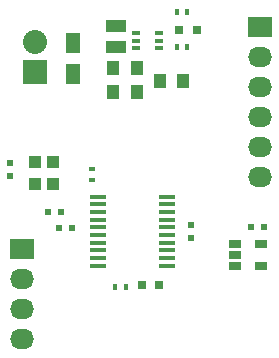
<source format=gts>
G04 #@! TF.FileFunction,Soldermask,Top*
%FSLAX46Y46*%
G04 Gerber Fmt 4.6, Leading zero omitted, Abs format (unit mm)*
G04 Created by KiCad (PCBNEW (after 2015-mar-04 BZR unknown)-product) date Thu 19 Nov 2015 08:04:08 PM EST*
%MOMM*%
G01*
G04 APERTURE LIST*
%ADD10C,0.100000*%
%ADD11R,1.230000X1.800000*%
%ADD12R,1.000000X1.250000*%
%ADD13R,0.500000X0.600000*%
%ADD14R,0.800000X0.750000*%
%ADD15R,0.600000X0.500000*%
%ADD16R,0.797560X0.797560*%
%ADD17R,1.780000X1.020000*%
%ADD18R,2.032000X2.032000*%
%ADD19O,2.032000X2.032000*%
%ADD20R,2.032000X1.727200*%
%ADD21O,2.032000X1.727200*%
%ADD22R,0.400000X0.600000*%
%ADD23R,0.600000X0.400000*%
%ADD24R,1.000000X1.100000*%
%ADD25R,0.749300X0.398780*%
%ADD26R,1.060000X0.650000*%
%ADD27R,1.450000X0.450000*%
G04 APERTURE END LIST*
D10*
D11*
X133350000Y-61428000D03*
X133350000Y-64048000D03*
D12*
X136795000Y-65532000D03*
X138795000Y-65532000D03*
D13*
X128016000Y-71586000D03*
X128016000Y-72686000D03*
D12*
X136795000Y-63500000D03*
X138795000Y-63500000D03*
D14*
X143879000Y-60325000D03*
X142379000Y-60325000D03*
D12*
X142732000Y-64643000D03*
X140732000Y-64643000D03*
D15*
X133265000Y-77089000D03*
X132165000Y-77089000D03*
X149521000Y-76962000D03*
X148421000Y-76962000D03*
X132376000Y-75692000D03*
X131276000Y-75692000D03*
D13*
X143383000Y-76793000D03*
X143383000Y-77893000D03*
D16*
X140703300Y-81915000D03*
X139204700Y-81915000D03*
D17*
X137033000Y-61723000D03*
X137033000Y-59943000D03*
D18*
X130175000Y-63881000D03*
D19*
X130175000Y-61341000D03*
D20*
X149225000Y-60071000D03*
D21*
X149225000Y-62611000D03*
X149225000Y-65151000D03*
X149225000Y-67691000D03*
X149225000Y-70231000D03*
X149225000Y-72771000D03*
D20*
X129032000Y-78867000D03*
D21*
X129032000Y-81407000D03*
X129032000Y-83947000D03*
X129032000Y-86487000D03*
D22*
X142171000Y-61722000D03*
X143071000Y-61722000D03*
X143071000Y-58801000D03*
X142171000Y-58801000D03*
D23*
X135001000Y-72967000D03*
X135001000Y-72067000D03*
D22*
X137864000Y-82042000D03*
X136964000Y-82042000D03*
D24*
X130187000Y-71440000D03*
X130187000Y-73340000D03*
X131687000Y-73340000D03*
X131687000Y-71440000D03*
D25*
X138750040Y-60563760D03*
X138750040Y-61214000D03*
X138750040Y-61864240D03*
X140649960Y-61864240D03*
X140649960Y-61214000D03*
X140649960Y-60563760D03*
D26*
X147109000Y-78425000D03*
X147109000Y-79375000D03*
X147109000Y-80325000D03*
X149309000Y-80325000D03*
X149309000Y-78425000D03*
D27*
X135480000Y-74418000D03*
X135480000Y-75068000D03*
X135480000Y-75718000D03*
X135480000Y-76368000D03*
X135480000Y-77018000D03*
X135480000Y-77668000D03*
X135480000Y-78318000D03*
X135480000Y-78968000D03*
X135480000Y-79618000D03*
X135480000Y-80268000D03*
X141380000Y-80268000D03*
X141380000Y-79618000D03*
X141380000Y-78968000D03*
X141380000Y-78318000D03*
X141380000Y-77668000D03*
X141380000Y-77018000D03*
X141380000Y-76368000D03*
X141380000Y-75718000D03*
X141380000Y-75068000D03*
X141380000Y-74418000D03*
M02*

</source>
